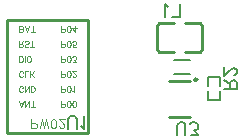
<source format=gbo>
G04 Layer: BottomSilkLayer*
G04 EasyEDA v6.4.25, 2021-12-20T14:24:14+08:00*
G04 e4404237a4cc4071a16999871e39c68f,c1e8d67ad17f4412881db65ed68e30a3,10*
G04 Gerber Generator version 0.2*
G04 Scale: 100 percent, Rotated: No, Reflected: No *
G04 Dimensions in millimeters *
G04 leading zeros omitted , absolute positions ,4 integer and 5 decimal *
%FSLAX45Y45*%
%MOMM*%

%ADD10C,0.2540*%
%ADD28C,0.1524*%
%ADD30C,0.0508*%
%ADD31C,0.0762*%

%LPD*%
D28*
X2238984Y13116664D02*
G01*
X2238984Y13194596D01*
X2244178Y13210181D01*
X2254570Y13220572D01*
X2270158Y13225767D01*
X2280549Y13225767D01*
X2296134Y13220572D01*
X2306525Y13210181D01*
X2311720Y13194596D01*
X2311720Y13116664D01*
X2356401Y13116664D02*
G01*
X2413551Y13116664D01*
X2382380Y13158228D01*
X2397965Y13158228D01*
X2408356Y13163422D01*
X2413551Y13168617D01*
X2418748Y13184205D01*
X2418748Y13194596D01*
X2413551Y13210181D01*
X2403160Y13220572D01*
X2387574Y13225767D01*
X2371989Y13225767D01*
X2356401Y13220572D01*
X2351206Y13215378D01*
X2346010Y13204987D01*
X2744215Y13507618D02*
G01*
X2635250Y13507618D01*
X2744215Y13507618D02*
G01*
X2744215Y13554354D01*
X2739136Y13569848D01*
X2733802Y13575182D01*
X2723388Y13580262D01*
X2712974Y13580262D01*
X2702559Y13575182D01*
X2697479Y13569848D01*
X2692400Y13554354D01*
X2692400Y13507618D01*
X2692400Y13543940D02*
G01*
X2635250Y13580262D01*
X2718308Y13619886D02*
G01*
X2723388Y13619886D01*
X2733802Y13624966D01*
X2739136Y13630300D01*
X2744215Y13640714D01*
X2744215Y13661288D01*
X2739136Y13671702D01*
X2733802Y13677036D01*
X2723388Y13682116D01*
X2712974Y13682116D01*
X2702559Y13677036D01*
X2687065Y13666622D01*
X2635250Y13614552D01*
X2635250Y13687450D01*
X2262200Y14219834D02*
G01*
X2262200Y14110868D01*
X2262200Y14110868D02*
G01*
X2199970Y14110868D01*
X2165680Y14199006D02*
G01*
X2155266Y14204340D01*
X2139518Y14219834D01*
X2139518Y14110868D01*
X1320800Y13168873D02*
G01*
X1320800Y13246851D01*
X1325879Y13262345D01*
X1336294Y13272759D01*
X1352042Y13277839D01*
X1362455Y13277839D01*
X1377950Y13272759D01*
X1388363Y13262345D01*
X1393444Y13246851D01*
X1393444Y13168873D01*
X1427734Y13189701D02*
G01*
X1438147Y13184367D01*
X1453895Y13168873D01*
X1453895Y13277839D01*
D30*
X903798Y13987759D02*
G01*
X903798Y14036250D01*
X903798Y13987759D02*
G01*
X924580Y13987759D01*
X931506Y13990071D01*
X933815Y13992379D01*
X936124Y13996997D01*
X936124Y14001615D01*
X933815Y14006233D01*
X931506Y14008541D01*
X924580Y14010850D01*
X903798Y14010850D02*
G01*
X924580Y14010850D01*
X931506Y14013159D01*
X933815Y14015471D01*
X936124Y14020088D01*
X936124Y14027015D01*
X933815Y14031633D01*
X931506Y14033941D01*
X924580Y14036250D01*
X903798Y14036250D01*
X969838Y13987759D02*
G01*
X951364Y14036250D01*
X969838Y13987759D02*
G01*
X988311Y14036250D01*
X958293Y14020088D02*
G01*
X981384Y14020088D01*
X1019716Y13987759D02*
G01*
X1019716Y14036250D01*
X1003551Y13987759D02*
G01*
X1035878Y13987759D01*
X903785Y13860741D02*
G01*
X903785Y13909233D01*
X903785Y13860741D02*
G01*
X924567Y13860741D01*
X931494Y13863050D01*
X933803Y13865359D01*
X936111Y13869977D01*
X936111Y13874595D01*
X933803Y13879215D01*
X931494Y13881524D01*
X924567Y13883833D01*
X903785Y13883833D01*
X919947Y13883833D02*
G01*
X936111Y13909233D01*
X983678Y13867668D02*
G01*
X979060Y13863050D01*
X972134Y13860741D01*
X962898Y13860741D01*
X955969Y13863050D01*
X951351Y13867668D01*
X951351Y13872286D01*
X953660Y13876903D01*
X955969Y13879215D01*
X960587Y13881524D01*
X974443Y13886141D01*
X979060Y13888450D01*
X981369Y13890759D01*
X983678Y13895377D01*
X983678Y13902303D01*
X979060Y13906924D01*
X972134Y13909233D01*
X962898Y13909233D01*
X955969Y13906924D01*
X951351Y13902303D01*
X1015083Y13860741D02*
G01*
X1015083Y13909233D01*
X998918Y13860741D02*
G01*
X1031247Y13860741D01*
X938420Y13618291D02*
G01*
X936111Y13613671D01*
X931491Y13609053D01*
X926873Y13606744D01*
X917638Y13606744D01*
X913020Y13609053D01*
X908403Y13613671D01*
X906091Y13618291D01*
X903782Y13625217D01*
X903782Y13636762D01*
X906091Y13643691D01*
X908403Y13648309D01*
X913020Y13652926D01*
X917638Y13655235D01*
X926873Y13655235D01*
X931491Y13652926D01*
X936111Y13648309D01*
X938420Y13643691D01*
X953660Y13606744D02*
G01*
X953660Y13655235D01*
X953660Y13655235D02*
G01*
X981369Y13655235D01*
X996609Y13606744D02*
G01*
X996609Y13655235D01*
X1028936Y13606744D02*
G01*
X996609Y13639071D01*
X1008153Y13627526D02*
G01*
X1028936Y13655235D01*
X938438Y13491303D02*
G01*
X936129Y13486686D01*
X931511Y13482068D01*
X926894Y13479757D01*
X917656Y13479757D01*
X913038Y13482068D01*
X908420Y13486686D01*
X906111Y13491303D01*
X903803Y13498230D01*
X903803Y13509777D01*
X906111Y13516703D01*
X908420Y13521321D01*
X913038Y13525939D01*
X917656Y13528248D01*
X926894Y13528248D01*
X931511Y13525939D01*
X936129Y13521321D01*
X938438Y13516703D01*
X938438Y13509777D01*
X926894Y13509777D02*
G01*
X938438Y13509777D01*
X953678Y13479757D02*
G01*
X953678Y13528248D01*
X953678Y13479757D02*
G01*
X986005Y13528248D01*
X986005Y13479757D02*
G01*
X986005Y13528248D01*
X1001245Y13479757D02*
G01*
X1001245Y13528248D01*
X1001245Y13479757D02*
G01*
X1017409Y13479757D01*
X1024336Y13482068D01*
X1028956Y13486686D01*
X1031265Y13491303D01*
X1033574Y13498230D01*
X1033574Y13509777D01*
X1031265Y13516703D01*
X1028956Y13521321D01*
X1024336Y13525939D01*
X1017409Y13528248D01*
X1001245Y13528248D01*
X922263Y13352741D02*
G01*
X903792Y13401233D01*
X922263Y13352741D02*
G01*
X940737Y13401233D01*
X910719Y13385068D02*
G01*
X933810Y13385068D01*
X955977Y13352741D02*
G01*
X955977Y13401233D01*
X955977Y13352741D02*
G01*
X988303Y13401233D01*
X988303Y13352741D02*
G01*
X988303Y13401233D01*
X1019708Y13352741D02*
G01*
X1019708Y13401233D01*
X1003543Y13352741D02*
G01*
X1035872Y13352741D01*
X1259408Y13352744D02*
G01*
X1259408Y13401233D01*
X1259408Y13352744D02*
G01*
X1280190Y13352744D01*
X1287117Y13355053D01*
X1289425Y13357362D01*
X1291734Y13361979D01*
X1291734Y13368906D01*
X1289425Y13373524D01*
X1287117Y13375833D01*
X1280190Y13378144D01*
X1259408Y13378144D01*
X1320830Y13352744D02*
G01*
X1313903Y13355053D01*
X1309283Y13361979D01*
X1306974Y13373524D01*
X1306974Y13380453D01*
X1309283Y13391997D01*
X1313903Y13398924D01*
X1320830Y13401233D01*
X1325448Y13401233D01*
X1332374Y13398924D01*
X1336992Y13391997D01*
X1339303Y13380453D01*
X1339303Y13373524D01*
X1336992Y13361979D01*
X1332374Y13355053D01*
X1325448Y13352744D01*
X1320830Y13352744D01*
X1368397Y13352744D02*
G01*
X1361470Y13355053D01*
X1356852Y13361979D01*
X1354543Y13373524D01*
X1354543Y13380453D01*
X1356852Y13391997D01*
X1361470Y13398924D01*
X1368397Y13401233D01*
X1373014Y13401233D01*
X1379943Y13398924D01*
X1384561Y13391997D01*
X1386870Y13380453D01*
X1386870Y13373524D01*
X1384561Y13361979D01*
X1379943Y13355053D01*
X1373014Y13352744D01*
X1368397Y13352744D01*
X1259395Y13479749D02*
G01*
X1259395Y13528240D01*
X1259395Y13479749D02*
G01*
X1280177Y13479749D01*
X1287104Y13482058D01*
X1289413Y13484367D01*
X1291722Y13488984D01*
X1291722Y13495911D01*
X1289413Y13500531D01*
X1287104Y13502840D01*
X1280177Y13505149D01*
X1259395Y13505149D01*
X1320817Y13479749D02*
G01*
X1313891Y13482058D01*
X1309273Y13488984D01*
X1306962Y13500531D01*
X1306962Y13507458D01*
X1309273Y13519002D01*
X1313891Y13525931D01*
X1320817Y13528240D01*
X1325435Y13528240D01*
X1332362Y13525931D01*
X1336982Y13519002D01*
X1339291Y13507458D01*
X1339291Y13500531D01*
X1336982Y13488984D01*
X1332362Y13482058D01*
X1325435Y13479749D01*
X1320817Y13479749D01*
X1354531Y13488984D02*
G01*
X1359148Y13486676D01*
X1366075Y13479749D01*
X1366075Y13528240D01*
X1259398Y13606762D02*
G01*
X1259398Y13655250D01*
X1259398Y13606762D02*
G01*
X1280180Y13606762D01*
X1287106Y13609071D01*
X1289415Y13611379D01*
X1291724Y13615997D01*
X1291724Y13622924D01*
X1289415Y13627541D01*
X1287106Y13629850D01*
X1280180Y13632162D01*
X1259398Y13632162D01*
X1320820Y13606762D02*
G01*
X1313893Y13609071D01*
X1309273Y13615997D01*
X1306964Y13627541D01*
X1306964Y13634471D01*
X1309273Y13646015D01*
X1313893Y13652941D01*
X1320820Y13655250D01*
X1325438Y13655250D01*
X1332364Y13652941D01*
X1336982Y13646015D01*
X1339293Y13634471D01*
X1339293Y13627541D01*
X1336982Y13615997D01*
X1332364Y13609071D01*
X1325438Y13606762D01*
X1320820Y13606762D01*
X1356842Y13618306D02*
G01*
X1356842Y13615997D01*
X1359151Y13611379D01*
X1361460Y13609071D01*
X1366078Y13606762D01*
X1375313Y13606762D01*
X1379933Y13609071D01*
X1382242Y13611379D01*
X1384551Y13615997D01*
X1384551Y13620615D01*
X1382242Y13625233D01*
X1377622Y13632162D01*
X1354533Y13655250D01*
X1386860Y13655250D01*
X1259398Y13733744D02*
G01*
X1259398Y13782235D01*
X1259398Y13733744D02*
G01*
X1280180Y13733744D01*
X1287106Y13736053D01*
X1289415Y13738362D01*
X1291724Y13742979D01*
X1291724Y13749909D01*
X1289415Y13754526D01*
X1287106Y13756835D01*
X1280180Y13759144D01*
X1259398Y13759144D01*
X1320820Y13733744D02*
G01*
X1313891Y13736053D01*
X1309273Y13742979D01*
X1306964Y13754526D01*
X1306964Y13761453D01*
X1309273Y13772997D01*
X1313891Y13779926D01*
X1320820Y13782235D01*
X1325438Y13782235D01*
X1332364Y13779926D01*
X1336982Y13772997D01*
X1339291Y13761453D01*
X1339291Y13754526D01*
X1336982Y13742979D01*
X1332364Y13736053D01*
X1325438Y13733744D01*
X1320820Y13733744D01*
X1359148Y13733744D02*
G01*
X1384548Y13733744D01*
X1370695Y13752217D01*
X1377622Y13752217D01*
X1382240Y13754526D01*
X1384548Y13756835D01*
X1386860Y13763762D01*
X1386860Y13768379D01*
X1384548Y13775309D01*
X1379931Y13779926D01*
X1373004Y13782235D01*
X1366078Y13782235D01*
X1359148Y13779926D01*
X1356840Y13777617D01*
X1354531Y13772997D01*
X1259398Y13987759D02*
G01*
X1259398Y14036250D01*
X1259398Y13987759D02*
G01*
X1280180Y13987759D01*
X1287106Y13990068D01*
X1289418Y13992377D01*
X1291727Y13996995D01*
X1291727Y14003924D01*
X1289418Y14008541D01*
X1287106Y14010850D01*
X1280180Y14013159D01*
X1259398Y14013159D01*
X1320820Y13987759D02*
G01*
X1313893Y13990068D01*
X1309276Y13996995D01*
X1306967Y14008541D01*
X1306967Y14015468D01*
X1309276Y14027015D01*
X1313893Y14033941D01*
X1320820Y14036250D01*
X1325438Y14036250D01*
X1332367Y14033941D01*
X1336984Y14027015D01*
X1339293Y14015468D01*
X1339293Y14008541D01*
X1336984Y13996995D01*
X1332367Y13990068D01*
X1325438Y13987759D01*
X1320820Y13987759D01*
X1377624Y13987759D02*
G01*
X1354533Y14020086D01*
X1389169Y14020086D01*
X1377624Y13987759D02*
G01*
X1377624Y14036250D01*
X1259398Y13860739D02*
G01*
X1259398Y13909230D01*
X1259398Y13860739D02*
G01*
X1280180Y13860739D01*
X1287106Y13863048D01*
X1289415Y13865357D01*
X1291724Y13869977D01*
X1291724Y13876903D01*
X1289415Y13881521D01*
X1287106Y13883830D01*
X1280180Y13886139D01*
X1259398Y13886139D01*
X1320820Y13860739D02*
G01*
X1313893Y13863048D01*
X1309273Y13869977D01*
X1306964Y13881521D01*
X1306964Y13888448D01*
X1309273Y13899995D01*
X1313893Y13906921D01*
X1320820Y13909230D01*
X1325438Y13909230D01*
X1332364Y13906921D01*
X1336982Y13899995D01*
X1339293Y13888448D01*
X1339293Y13881521D01*
X1336982Y13869977D01*
X1332364Y13863048D01*
X1325438Y13860739D01*
X1320820Y13860739D01*
X1382242Y13860739D02*
G01*
X1359151Y13860739D01*
X1356842Y13881521D01*
X1359151Y13879212D01*
X1366078Y13876903D01*
X1373004Y13876903D01*
X1379933Y13879212D01*
X1384551Y13883830D01*
X1386860Y13890757D01*
X1386860Y13895377D01*
X1384551Y13902303D01*
X1379933Y13906921D01*
X1373004Y13909230D01*
X1366078Y13909230D01*
X1359151Y13906921D01*
X1356842Y13904612D01*
X1354533Y13899995D01*
D31*
X1005385Y13174713D02*
G01*
X1005385Y13247451D01*
X1005385Y13174713D02*
G01*
X1036558Y13174713D01*
X1046949Y13178177D01*
X1050411Y13181642D01*
X1053876Y13188569D01*
X1053876Y13198960D01*
X1050411Y13205886D01*
X1046949Y13209351D01*
X1036558Y13212813D01*
X1005385Y13212813D01*
X1076736Y13174713D02*
G01*
X1094054Y13247451D01*
X1111371Y13174713D02*
G01*
X1094054Y13247451D01*
X1111371Y13174713D02*
G01*
X1128689Y13247451D01*
X1146009Y13174713D02*
G01*
X1128689Y13247451D01*
X1189649Y13174713D02*
G01*
X1179261Y13178177D01*
X1172331Y13188569D01*
X1168869Y13205886D01*
X1168869Y13216277D01*
X1172331Y13233595D01*
X1179261Y13243986D01*
X1189649Y13247451D01*
X1196578Y13247451D01*
X1206969Y13243986D01*
X1213896Y13233595D01*
X1217361Y13216277D01*
X1217361Y13205886D01*
X1213896Y13188569D01*
X1206969Y13178177D01*
X1196578Y13174713D01*
X1189649Y13174713D01*
X1243683Y13192033D02*
G01*
X1243683Y13188569D01*
X1247147Y13181642D01*
X1250609Y13178177D01*
X1257538Y13174713D01*
X1271391Y13174713D01*
X1278321Y13178177D01*
X1281783Y13181642D01*
X1285247Y13188569D01*
X1285247Y13195495D01*
X1281783Y13202424D01*
X1274856Y13212813D01*
X1240221Y13247451D01*
X1288709Y13247451D01*
D30*
X903785Y13733759D02*
G01*
X903785Y13782250D01*
X903785Y13733759D02*
G01*
X919947Y13733759D01*
X926876Y13736068D01*
X931494Y13740686D01*
X933803Y13745306D01*
X936111Y13752233D01*
X936111Y13763777D01*
X933803Y13770706D01*
X931494Y13775324D01*
X926876Y13779941D01*
X919947Y13782250D01*
X903785Y13782250D01*
X951351Y13733759D02*
G01*
X951351Y13782250D01*
X980447Y13733759D02*
G01*
X975827Y13736068D01*
X971209Y13740686D01*
X968900Y13745306D01*
X966591Y13752233D01*
X966591Y13763777D01*
X968900Y13770706D01*
X971209Y13775324D01*
X975827Y13779941D01*
X980447Y13782250D01*
X989683Y13782250D01*
X994300Y13779941D01*
X998918Y13775324D01*
X1001227Y13770706D01*
X1003538Y13763777D01*
X1003538Y13752233D01*
X1001227Y13745306D01*
X998918Y13740686D01*
X994300Y13736068D01*
X989683Y13733759D01*
X980447Y13733759D01*
D28*
X2347048Y13627981D02*
G01*
X2211758Y13627981D01*
X2347048Y13753221D02*
G01*
X2211758Y13753221D01*
D10*
X2170600Y13263727D02*
G01*
X2350602Y13263727D01*
X2170600Y13573729D02*
G01*
X2350602Y13573729D01*
D28*
X2502839Y13484997D02*
G01*
X2502839Y13413193D01*
X2602560Y13413193D01*
X2602560Y13484997D01*
X2502839Y13530239D02*
G01*
X2502839Y13602042D01*
X2602560Y13602042D01*
X2602560Y13530239D01*
D10*
X2310599Y14059418D02*
G01*
X2415598Y14059418D01*
X2310599Y13819418D02*
G01*
X2415598Y13819418D01*
X2210600Y14059418D02*
G01*
X2105601Y14059418D01*
X2210600Y13819418D02*
G01*
X2105601Y13819418D01*
X2450597Y14039418D02*
G01*
X2450597Y13839418D01*
X2070602Y14039418D02*
G01*
X2070602Y13839418D01*
X2415598Y14059418D02*
G01*
X2430597Y14059418D01*
X2450597Y14039418D01*
X2415598Y13819418D02*
G01*
X2430597Y13819418D01*
X2450597Y13839418D01*
X2105601Y14059418D02*
G01*
X2090602Y14059418D01*
X2070602Y14039418D01*
X2105601Y13819418D02*
G01*
X2090602Y13819418D01*
X2070602Y13839418D01*
X802995Y13129811D02*
G01*
X802995Y14089811D01*
X1482996Y14089811D01*
X1482996Y13129811D01*
X802995Y13129811D01*
G75*
G01
X2413000Y13583818D02*
G03X2413000Y13583818I-12700J0D01*
M02*

</source>
